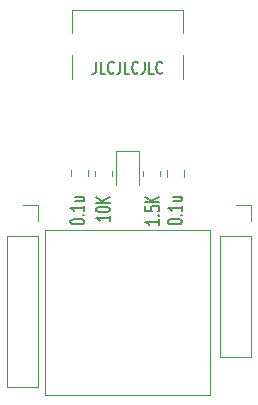
<source format=gbr>
%TF.GenerationSoftware,KiCad,Pcbnew,(6.0.4)*%
%TF.CreationDate,2022-05-01T14:08:42+08:00*%
%TF.ProjectId,OneKey,4f6e654b-6579-42e6-9b69-6361645f7063,rev?*%
%TF.SameCoordinates,Original*%
%TF.FileFunction,Legend,Top*%
%TF.FilePolarity,Positive*%
%FSLAX46Y46*%
G04 Gerber Fmt 4.6, Leading zero omitted, Abs format (unit mm)*
G04 Created by KiCad (PCBNEW (6.0.4)) date 2022-05-01 14:08:42*
%MOMM*%
%LPD*%
G01*
G04 APERTURE LIST*
%ADD10C,0.150000*%
%ADD11C,0.120000*%
G04 APERTURE END LIST*
D10*
X146685333Y-79462380D02*
X146685333Y-80176666D01*
X146647238Y-80319523D01*
X146571047Y-80414761D01*
X146456761Y-80462380D01*
X146380571Y-80462380D01*
X147447238Y-80462380D02*
X147066285Y-80462380D01*
X147066285Y-79462380D01*
X148171047Y-80367142D02*
X148132952Y-80414761D01*
X148018666Y-80462380D01*
X147942476Y-80462380D01*
X147828190Y-80414761D01*
X147752000Y-80319523D01*
X147713904Y-80224285D01*
X147675809Y-80033809D01*
X147675809Y-79890952D01*
X147713904Y-79700476D01*
X147752000Y-79605238D01*
X147828190Y-79510000D01*
X147942476Y-79462380D01*
X148018666Y-79462380D01*
X148132952Y-79510000D01*
X148171047Y-79557619D01*
X148742476Y-79462380D02*
X148742476Y-80176666D01*
X148704380Y-80319523D01*
X148628190Y-80414761D01*
X148513904Y-80462380D01*
X148437714Y-80462380D01*
X149504380Y-80462380D02*
X149123428Y-80462380D01*
X149123428Y-79462380D01*
X150228190Y-80367142D02*
X150190095Y-80414761D01*
X150075809Y-80462380D01*
X149999619Y-80462380D01*
X149885333Y-80414761D01*
X149809142Y-80319523D01*
X149771047Y-80224285D01*
X149732952Y-80033809D01*
X149732952Y-79890952D01*
X149771047Y-79700476D01*
X149809142Y-79605238D01*
X149885333Y-79510000D01*
X149999619Y-79462380D01*
X150075809Y-79462380D01*
X150190095Y-79510000D01*
X150228190Y-79557619D01*
X150799619Y-79462380D02*
X150799619Y-80176666D01*
X150761523Y-80319523D01*
X150685333Y-80414761D01*
X150571047Y-80462380D01*
X150494857Y-80462380D01*
X151561523Y-80462380D02*
X151180571Y-80462380D01*
X151180571Y-79462380D01*
X152285333Y-80367142D02*
X152247238Y-80414761D01*
X152132952Y-80462380D01*
X152056761Y-80462380D01*
X151942476Y-80414761D01*
X151866285Y-80319523D01*
X151828190Y-80224285D01*
X151790095Y-80033809D01*
X151790095Y-79890952D01*
X151828190Y-79700476D01*
X151866285Y-79605238D01*
X151942476Y-79510000D01*
X152056761Y-79462380D01*
X152132952Y-79462380D01*
X152247238Y-79510000D01*
X152285333Y-79557619D01*
%TO.C,0.1u*%
X152758857Y-93046428D02*
X152758857Y-92970238D01*
X152816000Y-92894047D01*
X152873142Y-92855952D01*
X152987428Y-92817857D01*
X153216000Y-92779761D01*
X153501714Y-92779761D01*
X153730285Y-92817857D01*
X153844571Y-92855952D01*
X153901714Y-92894047D01*
X153958857Y-92970238D01*
X153958857Y-93046428D01*
X153901714Y-93122619D01*
X153844571Y-93160714D01*
X153730285Y-93198809D01*
X153501714Y-93236904D01*
X153216000Y-93236904D01*
X152987428Y-93198809D01*
X152873142Y-93160714D01*
X152816000Y-93122619D01*
X152758857Y-93046428D01*
X153844571Y-92436904D02*
X153901714Y-92398809D01*
X153958857Y-92436904D01*
X153901714Y-92475000D01*
X153844571Y-92436904D01*
X153958857Y-92436904D01*
X153958857Y-91636904D02*
X153958857Y-92094047D01*
X153958857Y-91865476D02*
X152758857Y-91865476D01*
X152930285Y-91941666D01*
X153044571Y-92017857D01*
X153101714Y-92094047D01*
X153158857Y-90951190D02*
X153958857Y-90951190D01*
X153158857Y-91294047D02*
X153787428Y-91294047D01*
X153901714Y-91255952D01*
X153958857Y-91179761D01*
X153958857Y-91065476D01*
X153901714Y-90989285D01*
X153844571Y-90951190D01*
%TO.C,1.5K*%
X152053857Y-92817857D02*
X152053857Y-93275000D01*
X152053857Y-93046428D02*
X150853857Y-93046428D01*
X151025285Y-93122619D01*
X151139571Y-93198809D01*
X151196714Y-93275000D01*
X151939571Y-92475000D02*
X151996714Y-92436904D01*
X152053857Y-92475000D01*
X151996714Y-92513095D01*
X151939571Y-92475000D01*
X152053857Y-92475000D01*
X150853857Y-91713095D02*
X150853857Y-92094047D01*
X151425285Y-92132142D01*
X151368142Y-92094047D01*
X151311000Y-92017857D01*
X151311000Y-91827380D01*
X151368142Y-91751190D01*
X151425285Y-91713095D01*
X151539571Y-91675000D01*
X151825285Y-91675000D01*
X151939571Y-91713095D01*
X151996714Y-91751190D01*
X152053857Y-91827380D01*
X152053857Y-92017857D01*
X151996714Y-92094047D01*
X151939571Y-92132142D01*
X152053857Y-91332142D02*
X150853857Y-91332142D01*
X152053857Y-90875000D02*
X151368142Y-91217857D01*
X150853857Y-90875000D02*
X151539571Y-91332142D01*
%TO.C,0.1u*%
X144503857Y-93046428D02*
X144503857Y-92970238D01*
X144561000Y-92894047D01*
X144618142Y-92855952D01*
X144732428Y-92817857D01*
X144961000Y-92779761D01*
X145246714Y-92779761D01*
X145475285Y-92817857D01*
X145589571Y-92855952D01*
X145646714Y-92894047D01*
X145703857Y-92970238D01*
X145703857Y-93046428D01*
X145646714Y-93122619D01*
X145589571Y-93160714D01*
X145475285Y-93198809D01*
X145246714Y-93236904D01*
X144961000Y-93236904D01*
X144732428Y-93198809D01*
X144618142Y-93160714D01*
X144561000Y-93122619D01*
X144503857Y-93046428D01*
X145589571Y-92436904D02*
X145646714Y-92398809D01*
X145703857Y-92436904D01*
X145646714Y-92475000D01*
X145589571Y-92436904D01*
X145703857Y-92436904D01*
X145703857Y-91636904D02*
X145703857Y-92094047D01*
X145703857Y-91865476D02*
X144503857Y-91865476D01*
X144675285Y-91941666D01*
X144789571Y-92017857D01*
X144846714Y-92094047D01*
X144903857Y-90951190D02*
X145703857Y-90951190D01*
X144903857Y-91294047D02*
X145532428Y-91294047D01*
X145646714Y-91255952D01*
X145703857Y-91179761D01*
X145703857Y-91065476D01*
X145646714Y-90989285D01*
X145589571Y-90951190D01*
%TO.C,10K*%
X147862857Y-92500380D02*
X147862857Y-92957523D01*
X147862857Y-92728952D02*
X146662857Y-92728952D01*
X146834285Y-92805142D01*
X146948571Y-92881333D01*
X147005714Y-92957523D01*
X146662857Y-92005142D02*
X146662857Y-91928952D01*
X146720000Y-91852761D01*
X146777142Y-91814666D01*
X146891428Y-91776571D01*
X147120000Y-91738476D01*
X147405714Y-91738476D01*
X147634285Y-91776571D01*
X147748571Y-91814666D01*
X147805714Y-91852761D01*
X147862857Y-91928952D01*
X147862857Y-92005142D01*
X147805714Y-92081333D01*
X147748571Y-92119428D01*
X147634285Y-92157523D01*
X147405714Y-92195619D01*
X147120000Y-92195619D01*
X146891428Y-92157523D01*
X146777142Y-92119428D01*
X146720000Y-92081333D01*
X146662857Y-92005142D01*
X147862857Y-91395619D02*
X146662857Y-91395619D01*
X147862857Y-90938476D02*
X147177142Y-91281333D01*
X146662857Y-90938476D02*
X147348571Y-91395619D01*
D11*
%TO.C,0.1u*%
X154151000Y-88660248D02*
X154151000Y-89182752D01*
X152681000Y-88660248D02*
X152681000Y-89182752D01*
%TO.C,SW1*%
X142367000Y-107648000D02*
X142367000Y-93678000D01*
X156337000Y-93678000D02*
X156337000Y-107648000D01*
X156337000Y-107648000D02*
X142367000Y-107648000D01*
X142367000Y-93678000D02*
X156337000Y-93678000D01*
%TO.C,J3*%
X157166000Y-104454000D02*
X159826000Y-104454000D01*
X158496000Y-91634000D02*
X159826000Y-91634000D01*
X159826000Y-91634000D02*
X159826000Y-92964000D01*
X159826000Y-94234000D02*
X159826000Y-104454000D01*
X157166000Y-94234000D02*
X159826000Y-94234000D01*
X157166000Y-94234000D02*
X157166000Y-104454000D01*
%TO.C,1.5K*%
X152119000Y-89148564D02*
X152119000Y-88694436D01*
X150649000Y-89148564D02*
X150649000Y-88694436D01*
%TO.C,0.1u*%
X146023000Y-88638748D02*
X146023000Y-89161252D01*
X144553000Y-88638748D02*
X144553000Y-89161252D01*
%TO.C,D1*%
X150312000Y-89921500D02*
X150312000Y-87061500D01*
X150312000Y-87061500D02*
X148392000Y-87061500D01*
X148392000Y-87061500D02*
X148392000Y-89921500D01*
%TO.C,J2*%
X141792000Y-91634000D02*
X141792000Y-92964000D01*
X139132000Y-94234000D02*
X141792000Y-94234000D01*
X139132000Y-94234000D02*
X139132000Y-106994000D01*
X139132000Y-106994000D02*
X141792000Y-106994000D01*
X141792000Y-94234000D02*
X141792000Y-106994000D01*
X140462000Y-91634000D02*
X141792000Y-91634000D01*
%TO.C,10K*%
X148055000Y-88672936D02*
X148055000Y-89127064D01*
X146585000Y-88672936D02*
X146585000Y-89127064D01*
%TO.C,J1*%
X154052000Y-80894000D02*
X154052000Y-78894000D01*
X144652000Y-80894000D02*
X144652000Y-78894000D01*
X144652000Y-76994000D02*
X144652000Y-75094000D01*
X154052000Y-75094000D02*
X144652000Y-75094000D01*
X154052000Y-76994000D02*
X154052000Y-75094000D01*
%TD*%
M02*

</source>
